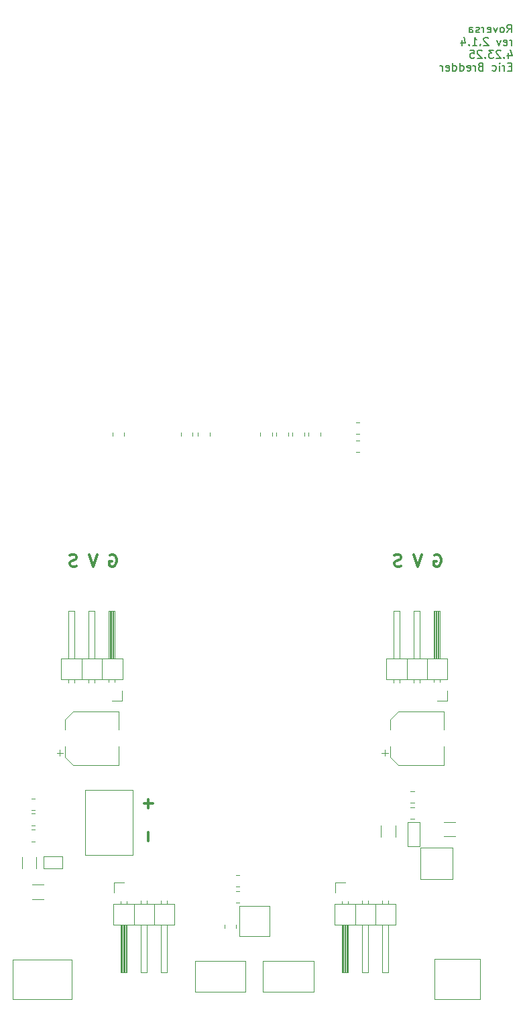
<source format=gbr>
%TF.GenerationSoftware,KiCad,Pcbnew,9.0.1-1.fc42*%
%TF.CreationDate,2025-04-23T08:50:20-04:00*%
%TF.ProjectId,roversa2,726f7665-7273-4613-922e-6b696361645f,rev?*%
%TF.SameCoordinates,Original*%
%TF.FileFunction,Legend,Bot*%
%TF.FilePolarity,Positive*%
%FSLAX46Y46*%
G04 Gerber Fmt 4.6, Leading zero omitted, Abs format (unit mm)*
G04 Created by KiCad (PCBNEW 9.0.1-1.fc42) date 2025-04-23 08:50:20*
%MOMM*%
%LPD*%
G01*
G04 APERTURE LIST*
%ADD10C,0.300000*%
%ADD11C,0.150000*%
%ADD12C,0.120000*%
%ADD13C,0.100000*%
G04 APERTURE END LIST*
D10*
X122611774Y-93368257D02*
X122754632Y-93296828D01*
X122754632Y-93296828D02*
X122968917Y-93296828D01*
X122968917Y-93296828D02*
X123183203Y-93368257D01*
X123183203Y-93368257D02*
X123326060Y-93511114D01*
X123326060Y-93511114D02*
X123397489Y-93653971D01*
X123397489Y-93653971D02*
X123468917Y-93939685D01*
X123468917Y-93939685D02*
X123468917Y-94153971D01*
X123468917Y-94153971D02*
X123397489Y-94439685D01*
X123397489Y-94439685D02*
X123326060Y-94582542D01*
X123326060Y-94582542D02*
X123183203Y-94725400D01*
X123183203Y-94725400D02*
X122968917Y-94796828D01*
X122968917Y-94796828D02*
X122826060Y-94796828D01*
X122826060Y-94796828D02*
X122611774Y-94725400D01*
X122611774Y-94725400D02*
X122540346Y-94653971D01*
X122540346Y-94653971D02*
X122540346Y-94153971D01*
X122540346Y-94153971D02*
X122826060Y-94153971D01*
X120968917Y-93296828D02*
X120468917Y-94796828D01*
X120468917Y-94796828D02*
X119968917Y-93296828D01*
X118397489Y-94725400D02*
X118183204Y-94796828D01*
X118183204Y-94796828D02*
X117826061Y-94796828D01*
X117826061Y-94796828D02*
X117683204Y-94725400D01*
X117683204Y-94725400D02*
X117611775Y-94653971D01*
X117611775Y-94653971D02*
X117540346Y-94511114D01*
X117540346Y-94511114D02*
X117540346Y-94368257D01*
X117540346Y-94368257D02*
X117611775Y-94225400D01*
X117611775Y-94225400D02*
X117683204Y-94153971D01*
X117683204Y-94153971D02*
X117826061Y-94082542D01*
X117826061Y-94082542D02*
X118111775Y-94011114D01*
X118111775Y-94011114D02*
X118254632Y-93939685D01*
X118254632Y-93939685D02*
X118326061Y-93868257D01*
X118326061Y-93868257D02*
X118397489Y-93725400D01*
X118397489Y-93725400D02*
X118397489Y-93582542D01*
X118397489Y-93582542D02*
X118326061Y-93439685D01*
X118326061Y-93439685D02*
X118254632Y-93368257D01*
X118254632Y-93368257D02*
X118111775Y-93296828D01*
X118111775Y-93296828D02*
X117754632Y-93296828D01*
X117754632Y-93296828D02*
X117540346Y-93368257D01*
X86495600Y-129468089D02*
X86495600Y-128325232D01*
X86495600Y-125325232D02*
X86495600Y-124182375D01*
X85924171Y-124753803D02*
X87067028Y-124753803D01*
D11*
X131781392Y-27399587D02*
X132114725Y-26923396D01*
X132352820Y-27399587D02*
X132352820Y-26399587D01*
X132352820Y-26399587D02*
X131971868Y-26399587D01*
X131971868Y-26399587D02*
X131876630Y-26447206D01*
X131876630Y-26447206D02*
X131829011Y-26494825D01*
X131829011Y-26494825D02*
X131781392Y-26590063D01*
X131781392Y-26590063D02*
X131781392Y-26732920D01*
X131781392Y-26732920D02*
X131829011Y-26828158D01*
X131829011Y-26828158D02*
X131876630Y-26875777D01*
X131876630Y-26875777D02*
X131971868Y-26923396D01*
X131971868Y-26923396D02*
X132352820Y-26923396D01*
X131209963Y-27399587D02*
X131305201Y-27351968D01*
X131305201Y-27351968D02*
X131352820Y-27304348D01*
X131352820Y-27304348D02*
X131400439Y-27209110D01*
X131400439Y-27209110D02*
X131400439Y-26923396D01*
X131400439Y-26923396D02*
X131352820Y-26828158D01*
X131352820Y-26828158D02*
X131305201Y-26780539D01*
X131305201Y-26780539D02*
X131209963Y-26732920D01*
X131209963Y-26732920D02*
X131067106Y-26732920D01*
X131067106Y-26732920D02*
X130971868Y-26780539D01*
X130971868Y-26780539D02*
X130924249Y-26828158D01*
X130924249Y-26828158D02*
X130876630Y-26923396D01*
X130876630Y-26923396D02*
X130876630Y-27209110D01*
X130876630Y-27209110D02*
X130924249Y-27304348D01*
X130924249Y-27304348D02*
X130971868Y-27351968D01*
X130971868Y-27351968D02*
X131067106Y-27399587D01*
X131067106Y-27399587D02*
X131209963Y-27399587D01*
X130543296Y-26732920D02*
X130305201Y-27399587D01*
X130305201Y-27399587D02*
X130067106Y-26732920D01*
X129305201Y-27351968D02*
X129400439Y-27399587D01*
X129400439Y-27399587D02*
X129590915Y-27399587D01*
X129590915Y-27399587D02*
X129686153Y-27351968D01*
X129686153Y-27351968D02*
X129733772Y-27256729D01*
X129733772Y-27256729D02*
X129733772Y-26875777D01*
X129733772Y-26875777D02*
X129686153Y-26780539D01*
X129686153Y-26780539D02*
X129590915Y-26732920D01*
X129590915Y-26732920D02*
X129400439Y-26732920D01*
X129400439Y-26732920D02*
X129305201Y-26780539D01*
X129305201Y-26780539D02*
X129257582Y-26875777D01*
X129257582Y-26875777D02*
X129257582Y-26971015D01*
X129257582Y-26971015D02*
X129733772Y-27066253D01*
X128829010Y-27399587D02*
X128829010Y-26732920D01*
X128829010Y-26923396D02*
X128781391Y-26828158D01*
X128781391Y-26828158D02*
X128733772Y-26780539D01*
X128733772Y-26780539D02*
X128638534Y-26732920D01*
X128638534Y-26732920D02*
X128543296Y-26732920D01*
X128257581Y-27351968D02*
X128162343Y-27399587D01*
X128162343Y-27399587D02*
X127971867Y-27399587D01*
X127971867Y-27399587D02*
X127876629Y-27351968D01*
X127876629Y-27351968D02*
X127829010Y-27256729D01*
X127829010Y-27256729D02*
X127829010Y-27209110D01*
X127829010Y-27209110D02*
X127876629Y-27113872D01*
X127876629Y-27113872D02*
X127971867Y-27066253D01*
X127971867Y-27066253D02*
X128114724Y-27066253D01*
X128114724Y-27066253D02*
X128209962Y-27018634D01*
X128209962Y-27018634D02*
X128257581Y-26923396D01*
X128257581Y-26923396D02*
X128257581Y-26875777D01*
X128257581Y-26875777D02*
X128209962Y-26780539D01*
X128209962Y-26780539D02*
X128114724Y-26732920D01*
X128114724Y-26732920D02*
X127971867Y-26732920D01*
X127971867Y-26732920D02*
X127876629Y-26780539D01*
X126971867Y-27399587D02*
X126971867Y-26875777D01*
X126971867Y-26875777D02*
X127019486Y-26780539D01*
X127019486Y-26780539D02*
X127114724Y-26732920D01*
X127114724Y-26732920D02*
X127305200Y-26732920D01*
X127305200Y-26732920D02*
X127400438Y-26780539D01*
X126971867Y-27351968D02*
X127067105Y-27399587D01*
X127067105Y-27399587D02*
X127305200Y-27399587D01*
X127305200Y-27399587D02*
X127400438Y-27351968D01*
X127400438Y-27351968D02*
X127448057Y-27256729D01*
X127448057Y-27256729D02*
X127448057Y-27161491D01*
X127448057Y-27161491D02*
X127400438Y-27066253D01*
X127400438Y-27066253D02*
X127305200Y-27018634D01*
X127305200Y-27018634D02*
X127067105Y-27018634D01*
X127067105Y-27018634D02*
X126971867Y-26971015D01*
X132352820Y-29009531D02*
X132352820Y-28342864D01*
X132352820Y-28533340D02*
X132305201Y-28438102D01*
X132305201Y-28438102D02*
X132257582Y-28390483D01*
X132257582Y-28390483D02*
X132162344Y-28342864D01*
X132162344Y-28342864D02*
X132067106Y-28342864D01*
X131352820Y-28961912D02*
X131448058Y-29009531D01*
X131448058Y-29009531D02*
X131638534Y-29009531D01*
X131638534Y-29009531D02*
X131733772Y-28961912D01*
X131733772Y-28961912D02*
X131781391Y-28866673D01*
X131781391Y-28866673D02*
X131781391Y-28485721D01*
X131781391Y-28485721D02*
X131733772Y-28390483D01*
X131733772Y-28390483D02*
X131638534Y-28342864D01*
X131638534Y-28342864D02*
X131448058Y-28342864D01*
X131448058Y-28342864D02*
X131352820Y-28390483D01*
X131352820Y-28390483D02*
X131305201Y-28485721D01*
X131305201Y-28485721D02*
X131305201Y-28580959D01*
X131305201Y-28580959D02*
X131781391Y-28676197D01*
X130971867Y-28342864D02*
X130733772Y-29009531D01*
X130733772Y-29009531D02*
X130495677Y-28342864D01*
X129400438Y-28104769D02*
X129352819Y-28057150D01*
X129352819Y-28057150D02*
X129257581Y-28009531D01*
X129257581Y-28009531D02*
X129019486Y-28009531D01*
X129019486Y-28009531D02*
X128924248Y-28057150D01*
X128924248Y-28057150D02*
X128876629Y-28104769D01*
X128876629Y-28104769D02*
X128829010Y-28200007D01*
X128829010Y-28200007D02*
X128829010Y-28295245D01*
X128829010Y-28295245D02*
X128876629Y-28438102D01*
X128876629Y-28438102D02*
X129448057Y-29009531D01*
X129448057Y-29009531D02*
X128829010Y-29009531D01*
X128400438Y-28914292D02*
X128352819Y-28961912D01*
X128352819Y-28961912D02*
X128400438Y-29009531D01*
X128400438Y-29009531D02*
X128448057Y-28961912D01*
X128448057Y-28961912D02*
X128400438Y-28914292D01*
X128400438Y-28914292D02*
X128400438Y-29009531D01*
X127400439Y-29009531D02*
X127971867Y-29009531D01*
X127686153Y-29009531D02*
X127686153Y-28009531D01*
X127686153Y-28009531D02*
X127781391Y-28152388D01*
X127781391Y-28152388D02*
X127876629Y-28247626D01*
X127876629Y-28247626D02*
X127971867Y-28295245D01*
X126971867Y-28914292D02*
X126924248Y-28961912D01*
X126924248Y-28961912D02*
X126971867Y-29009531D01*
X126971867Y-29009531D02*
X127019486Y-28961912D01*
X127019486Y-28961912D02*
X126971867Y-28914292D01*
X126971867Y-28914292D02*
X126971867Y-29009531D01*
X126067106Y-28342864D02*
X126067106Y-29009531D01*
X126305201Y-27961912D02*
X126543296Y-28676197D01*
X126543296Y-28676197D02*
X125924249Y-28676197D01*
X131924249Y-29952808D02*
X131924249Y-30619475D01*
X132162344Y-29571856D02*
X132400439Y-30286141D01*
X132400439Y-30286141D02*
X131781392Y-30286141D01*
X131400439Y-30524236D02*
X131352820Y-30571856D01*
X131352820Y-30571856D02*
X131400439Y-30619475D01*
X131400439Y-30619475D02*
X131448058Y-30571856D01*
X131448058Y-30571856D02*
X131400439Y-30524236D01*
X131400439Y-30524236D02*
X131400439Y-30619475D01*
X130971868Y-29714713D02*
X130924249Y-29667094D01*
X130924249Y-29667094D02*
X130829011Y-29619475D01*
X130829011Y-29619475D02*
X130590916Y-29619475D01*
X130590916Y-29619475D02*
X130495678Y-29667094D01*
X130495678Y-29667094D02*
X130448059Y-29714713D01*
X130448059Y-29714713D02*
X130400440Y-29809951D01*
X130400440Y-29809951D02*
X130400440Y-29905189D01*
X130400440Y-29905189D02*
X130448059Y-30048046D01*
X130448059Y-30048046D02*
X131019487Y-30619475D01*
X131019487Y-30619475D02*
X130400440Y-30619475D01*
X130067106Y-29619475D02*
X129448059Y-29619475D01*
X129448059Y-29619475D02*
X129781392Y-30000427D01*
X129781392Y-30000427D02*
X129638535Y-30000427D01*
X129638535Y-30000427D02*
X129543297Y-30048046D01*
X129543297Y-30048046D02*
X129495678Y-30095665D01*
X129495678Y-30095665D02*
X129448059Y-30190903D01*
X129448059Y-30190903D02*
X129448059Y-30428998D01*
X129448059Y-30428998D02*
X129495678Y-30524236D01*
X129495678Y-30524236D02*
X129543297Y-30571856D01*
X129543297Y-30571856D02*
X129638535Y-30619475D01*
X129638535Y-30619475D02*
X129924249Y-30619475D01*
X129924249Y-30619475D02*
X130019487Y-30571856D01*
X130019487Y-30571856D02*
X130067106Y-30524236D01*
X129019487Y-30524236D02*
X128971868Y-30571856D01*
X128971868Y-30571856D02*
X129019487Y-30619475D01*
X129019487Y-30619475D02*
X129067106Y-30571856D01*
X129067106Y-30571856D02*
X129019487Y-30524236D01*
X129019487Y-30524236D02*
X129019487Y-30619475D01*
X128590916Y-29714713D02*
X128543297Y-29667094D01*
X128543297Y-29667094D02*
X128448059Y-29619475D01*
X128448059Y-29619475D02*
X128209964Y-29619475D01*
X128209964Y-29619475D02*
X128114726Y-29667094D01*
X128114726Y-29667094D02*
X128067107Y-29714713D01*
X128067107Y-29714713D02*
X128019488Y-29809951D01*
X128019488Y-29809951D02*
X128019488Y-29905189D01*
X128019488Y-29905189D02*
X128067107Y-30048046D01*
X128067107Y-30048046D02*
X128638535Y-30619475D01*
X128638535Y-30619475D02*
X128019488Y-30619475D01*
X127114726Y-29619475D02*
X127590916Y-29619475D01*
X127590916Y-29619475D02*
X127638535Y-30095665D01*
X127638535Y-30095665D02*
X127590916Y-30048046D01*
X127590916Y-30048046D02*
X127495678Y-30000427D01*
X127495678Y-30000427D02*
X127257583Y-30000427D01*
X127257583Y-30000427D02*
X127162345Y-30048046D01*
X127162345Y-30048046D02*
X127114726Y-30095665D01*
X127114726Y-30095665D02*
X127067107Y-30190903D01*
X127067107Y-30190903D02*
X127067107Y-30428998D01*
X127067107Y-30428998D02*
X127114726Y-30524236D01*
X127114726Y-30524236D02*
X127162345Y-30571856D01*
X127162345Y-30571856D02*
X127257583Y-30619475D01*
X127257583Y-30619475D02*
X127495678Y-30619475D01*
X127495678Y-30619475D02*
X127590916Y-30571856D01*
X127590916Y-30571856D02*
X127638535Y-30524236D01*
X132352820Y-31705609D02*
X132019487Y-31705609D01*
X131876630Y-32229419D02*
X132352820Y-32229419D01*
X132352820Y-32229419D02*
X132352820Y-31229419D01*
X132352820Y-31229419D02*
X131876630Y-31229419D01*
X131448058Y-32229419D02*
X131448058Y-31562752D01*
X131448058Y-31753228D02*
X131400439Y-31657990D01*
X131400439Y-31657990D02*
X131352820Y-31610371D01*
X131352820Y-31610371D02*
X131257582Y-31562752D01*
X131257582Y-31562752D02*
X131162344Y-31562752D01*
X130829010Y-32229419D02*
X130829010Y-31562752D01*
X130829010Y-31229419D02*
X130876629Y-31277038D01*
X130876629Y-31277038D02*
X130829010Y-31324657D01*
X130829010Y-31324657D02*
X130781391Y-31277038D01*
X130781391Y-31277038D02*
X130829010Y-31229419D01*
X130829010Y-31229419D02*
X130829010Y-31324657D01*
X129924249Y-32181800D02*
X130019487Y-32229419D01*
X130019487Y-32229419D02*
X130209963Y-32229419D01*
X130209963Y-32229419D02*
X130305201Y-32181800D01*
X130305201Y-32181800D02*
X130352820Y-32134180D01*
X130352820Y-32134180D02*
X130400439Y-32038942D01*
X130400439Y-32038942D02*
X130400439Y-31753228D01*
X130400439Y-31753228D02*
X130352820Y-31657990D01*
X130352820Y-31657990D02*
X130305201Y-31610371D01*
X130305201Y-31610371D02*
X130209963Y-31562752D01*
X130209963Y-31562752D02*
X130019487Y-31562752D01*
X130019487Y-31562752D02*
X129924249Y-31610371D01*
X128400439Y-31705609D02*
X128257582Y-31753228D01*
X128257582Y-31753228D02*
X128209963Y-31800847D01*
X128209963Y-31800847D02*
X128162344Y-31896085D01*
X128162344Y-31896085D02*
X128162344Y-32038942D01*
X128162344Y-32038942D02*
X128209963Y-32134180D01*
X128209963Y-32134180D02*
X128257582Y-32181800D01*
X128257582Y-32181800D02*
X128352820Y-32229419D01*
X128352820Y-32229419D02*
X128733772Y-32229419D01*
X128733772Y-32229419D02*
X128733772Y-31229419D01*
X128733772Y-31229419D02*
X128400439Y-31229419D01*
X128400439Y-31229419D02*
X128305201Y-31277038D01*
X128305201Y-31277038D02*
X128257582Y-31324657D01*
X128257582Y-31324657D02*
X128209963Y-31419895D01*
X128209963Y-31419895D02*
X128209963Y-31515133D01*
X128209963Y-31515133D02*
X128257582Y-31610371D01*
X128257582Y-31610371D02*
X128305201Y-31657990D01*
X128305201Y-31657990D02*
X128400439Y-31705609D01*
X128400439Y-31705609D02*
X128733772Y-31705609D01*
X127733772Y-32229419D02*
X127733772Y-31562752D01*
X127733772Y-31753228D02*
X127686153Y-31657990D01*
X127686153Y-31657990D02*
X127638534Y-31610371D01*
X127638534Y-31610371D02*
X127543296Y-31562752D01*
X127543296Y-31562752D02*
X127448058Y-31562752D01*
X126733772Y-32181800D02*
X126829010Y-32229419D01*
X126829010Y-32229419D02*
X127019486Y-32229419D01*
X127019486Y-32229419D02*
X127114724Y-32181800D01*
X127114724Y-32181800D02*
X127162343Y-32086561D01*
X127162343Y-32086561D02*
X127162343Y-31705609D01*
X127162343Y-31705609D02*
X127114724Y-31610371D01*
X127114724Y-31610371D02*
X127019486Y-31562752D01*
X127019486Y-31562752D02*
X126829010Y-31562752D01*
X126829010Y-31562752D02*
X126733772Y-31610371D01*
X126733772Y-31610371D02*
X126686153Y-31705609D01*
X126686153Y-31705609D02*
X126686153Y-31800847D01*
X126686153Y-31800847D02*
X127162343Y-31896085D01*
X125829010Y-32229419D02*
X125829010Y-31229419D01*
X125829010Y-32181800D02*
X125924248Y-32229419D01*
X125924248Y-32229419D02*
X126114724Y-32229419D01*
X126114724Y-32229419D02*
X126209962Y-32181800D01*
X126209962Y-32181800D02*
X126257581Y-32134180D01*
X126257581Y-32134180D02*
X126305200Y-32038942D01*
X126305200Y-32038942D02*
X126305200Y-31753228D01*
X126305200Y-31753228D02*
X126257581Y-31657990D01*
X126257581Y-31657990D02*
X126209962Y-31610371D01*
X126209962Y-31610371D02*
X126114724Y-31562752D01*
X126114724Y-31562752D02*
X125924248Y-31562752D01*
X125924248Y-31562752D02*
X125829010Y-31610371D01*
X124924248Y-32229419D02*
X124924248Y-31229419D01*
X124924248Y-32181800D02*
X125019486Y-32229419D01*
X125019486Y-32229419D02*
X125209962Y-32229419D01*
X125209962Y-32229419D02*
X125305200Y-32181800D01*
X125305200Y-32181800D02*
X125352819Y-32134180D01*
X125352819Y-32134180D02*
X125400438Y-32038942D01*
X125400438Y-32038942D02*
X125400438Y-31753228D01*
X125400438Y-31753228D02*
X125352819Y-31657990D01*
X125352819Y-31657990D02*
X125305200Y-31610371D01*
X125305200Y-31610371D02*
X125209962Y-31562752D01*
X125209962Y-31562752D02*
X125019486Y-31562752D01*
X125019486Y-31562752D02*
X124924248Y-31610371D01*
X124067105Y-32181800D02*
X124162343Y-32229419D01*
X124162343Y-32229419D02*
X124352819Y-32229419D01*
X124352819Y-32229419D02*
X124448057Y-32181800D01*
X124448057Y-32181800D02*
X124495676Y-32086561D01*
X124495676Y-32086561D02*
X124495676Y-31705609D01*
X124495676Y-31705609D02*
X124448057Y-31610371D01*
X124448057Y-31610371D02*
X124352819Y-31562752D01*
X124352819Y-31562752D02*
X124162343Y-31562752D01*
X124162343Y-31562752D02*
X124067105Y-31610371D01*
X124067105Y-31610371D02*
X124019486Y-31705609D01*
X124019486Y-31705609D02*
X124019486Y-31800847D01*
X124019486Y-31800847D02*
X124495676Y-31896085D01*
X123590914Y-32229419D02*
X123590914Y-31562752D01*
X123590914Y-31753228D02*
X123543295Y-31657990D01*
X123543295Y-31657990D02*
X123495676Y-31610371D01*
X123495676Y-31610371D02*
X123400438Y-31562752D01*
X123400438Y-31562752D02*
X123305200Y-31562752D01*
D10*
X81631774Y-93368257D02*
X81774632Y-93296828D01*
X81774632Y-93296828D02*
X81988917Y-93296828D01*
X81988917Y-93296828D02*
X82203203Y-93368257D01*
X82203203Y-93368257D02*
X82346060Y-93511114D01*
X82346060Y-93511114D02*
X82417489Y-93653971D01*
X82417489Y-93653971D02*
X82488917Y-93939685D01*
X82488917Y-93939685D02*
X82488917Y-94153971D01*
X82488917Y-94153971D02*
X82417489Y-94439685D01*
X82417489Y-94439685D02*
X82346060Y-94582542D01*
X82346060Y-94582542D02*
X82203203Y-94725400D01*
X82203203Y-94725400D02*
X81988917Y-94796828D01*
X81988917Y-94796828D02*
X81846060Y-94796828D01*
X81846060Y-94796828D02*
X81631774Y-94725400D01*
X81631774Y-94725400D02*
X81560346Y-94653971D01*
X81560346Y-94653971D02*
X81560346Y-94153971D01*
X81560346Y-94153971D02*
X81846060Y-94153971D01*
X79988917Y-93296828D02*
X79488917Y-94796828D01*
X79488917Y-94796828D02*
X78988917Y-93296828D01*
X77417489Y-94725400D02*
X77203204Y-94796828D01*
X77203204Y-94796828D02*
X76846061Y-94796828D01*
X76846061Y-94796828D02*
X76703204Y-94725400D01*
X76703204Y-94725400D02*
X76631775Y-94653971D01*
X76631775Y-94653971D02*
X76560346Y-94511114D01*
X76560346Y-94511114D02*
X76560346Y-94368257D01*
X76560346Y-94368257D02*
X76631775Y-94225400D01*
X76631775Y-94225400D02*
X76703204Y-94153971D01*
X76703204Y-94153971D02*
X76846061Y-94082542D01*
X76846061Y-94082542D02*
X77131775Y-94011114D01*
X77131775Y-94011114D02*
X77274632Y-93939685D01*
X77274632Y-93939685D02*
X77346061Y-93868257D01*
X77346061Y-93868257D02*
X77417489Y-93725400D01*
X77417489Y-93725400D02*
X77417489Y-93582542D01*
X77417489Y-93582542D02*
X77346061Y-93439685D01*
X77346061Y-93439685D02*
X77274632Y-93368257D01*
X77274632Y-93368257D02*
X77131775Y-93296828D01*
X77131775Y-93296828D02*
X76774632Y-93296828D01*
X76774632Y-93296828D02*
X76560346Y-93368257D01*
D12*
%TO.C,R9*%
X112675936Y-78878000D02*
X113130064Y-78878000D01*
X112675936Y-80348000D02*
X113130064Y-80348000D01*
%TO.C,J4*%
D13*
X107372800Y-144594000D02*
X100972800Y-144594000D01*
X100972800Y-148544000D01*
X107372800Y-148544000D01*
X107372800Y-144594000D01*
D12*
%TO.C,J7*%
X116512800Y-106421900D02*
X124252800Y-106421900D01*
X116512800Y-109081900D02*
X116512800Y-106421900D01*
X117462800Y-100421900D02*
X117462800Y-106421900D01*
X117462800Y-109478971D02*
X117462800Y-109081900D01*
X118222800Y-100421900D02*
X117462800Y-100421900D01*
X118222800Y-106421900D02*
X118222800Y-100421900D01*
X118222800Y-109478971D02*
X118222800Y-109081900D01*
X119112800Y-109081900D02*
X119112800Y-106421900D01*
X120002800Y-100421900D02*
X120002800Y-106421900D01*
X120002800Y-109478971D02*
X120002800Y-109081900D01*
X120762800Y-100421900D02*
X120002800Y-100421900D01*
X120762800Y-106421900D02*
X120762800Y-100421900D01*
X120762800Y-109478971D02*
X120762800Y-109081900D01*
X121652800Y-109081900D02*
X121652800Y-106421900D01*
X122542800Y-100421900D02*
X122542800Y-106421900D01*
X122542800Y-109411900D02*
X122542800Y-109081900D01*
X122642800Y-106421900D02*
X122642800Y-100421900D01*
X122762800Y-106421900D02*
X122762800Y-100421900D01*
X122882800Y-106421900D02*
X122882800Y-100421900D01*
X122922800Y-111791900D02*
X124192800Y-111791900D01*
X123002800Y-106421900D02*
X123002800Y-100421900D01*
X123122800Y-106421900D02*
X123122800Y-100421900D01*
X123242800Y-106421900D02*
X123242800Y-100421900D01*
X123302800Y-100421900D02*
X122542800Y-100421900D01*
X123302800Y-106421900D02*
X123302800Y-100421900D01*
X123302800Y-109411900D02*
X123302800Y-109081900D01*
X124192800Y-111791900D02*
X124192800Y-110521900D01*
X124252800Y-106421900D02*
X124252800Y-109081900D01*
X124252800Y-109081900D02*
X116512800Y-109081900D01*
%TO.C,R7*%
X71732336Y-128043000D02*
X72186464Y-128043000D01*
X71732336Y-129513000D02*
X72186464Y-129513000D01*
%TO.C,R6*%
X72186464Y-124106000D02*
X71732336Y-124106000D01*
X72186464Y-125576000D02*
X71732336Y-125576000D01*
%TO.C,R13*%
X100611000Y-77861936D02*
X100611000Y-78316064D01*
X102081000Y-77861936D02*
X102081000Y-78316064D01*
%TO.C,R5*%
X72186464Y-126011000D02*
X71732336Y-126011000D01*
X72186464Y-127481000D02*
X71732336Y-127481000D01*
%TO.C,R10*%
X81942000Y-77861936D02*
X81942000Y-78316064D01*
X83412000Y-77861936D02*
X83412000Y-78316064D01*
%TO.C,U1*%
D13*
X120738200Y-127125600D02*
X119238200Y-127125600D01*
X119238200Y-130125600D01*
X120738200Y-130125600D01*
X120738200Y-127125600D01*
%TO.C,L1*%
X120858400Y-130308600D02*
X124858400Y-130308600D01*
X124858400Y-134308600D01*
X120858400Y-134308600D01*
X120858400Y-130308600D01*
D12*
%TO.C,C4*%
X73228252Y-134980000D02*
X71805748Y-134980000D01*
X73228252Y-136800000D02*
X71805748Y-136800000D01*
%TO.C,R8*%
X112675936Y-76592000D02*
X113130064Y-76592000D01*
X112675936Y-78062000D02*
X113130064Y-78062000D01*
%TO.C,D1*%
D13*
X97972800Y-141482800D02*
X101772800Y-141482800D01*
X101772800Y-137682800D01*
X97972800Y-137682800D01*
X97972800Y-141482800D01*
D12*
%TO.C,R2*%
X120037464Y-123191600D02*
X119583336Y-123191600D01*
X120037464Y-124661600D02*
X119583336Y-124661600D01*
%TO.C,SW1*%
D13*
X122572800Y-149450000D02*
X128372800Y-149450000D01*
X128372800Y-144350000D01*
X122572800Y-144350000D01*
X122572800Y-149450000D01*
D12*
%TO.C,C11*%
X115960300Y-118357300D02*
X116747800Y-118357300D01*
X116354050Y-118751050D02*
X116354050Y-117963550D01*
X116987800Y-114164237D02*
X116987800Y-115449800D01*
X116987800Y-114164237D02*
X118052237Y-113099800D01*
X116987800Y-118855363D02*
X116987800Y-117569800D01*
X116987800Y-118855363D02*
X118052237Y-119919800D01*
X118052237Y-113099800D02*
X123807800Y-113099800D01*
X118052237Y-119919800D02*
X123807800Y-119919800D01*
X123807800Y-113099800D02*
X123807800Y-115449800D01*
X123807800Y-119919800D02*
X123807800Y-117569800D01*
%TO.C,R17*%
X97991664Y-135789000D02*
X97537536Y-135789000D01*
X97991664Y-137259000D02*
X97537536Y-137259000D01*
%TO.C,R4*%
X96089800Y-140056136D02*
X96089800Y-140510264D01*
X97559800Y-140056136D02*
X97559800Y-140510264D01*
%TO.C,J1*%
D13*
X76772800Y-144421900D02*
X69372800Y-144421900D01*
X69372800Y-149421900D01*
X76772800Y-149421900D01*
X76772800Y-144421900D01*
D12*
%TO.C,C10*%
X74910300Y-118357300D02*
X75697800Y-118357300D01*
X75304050Y-118751050D02*
X75304050Y-117963550D01*
X75937800Y-114164237D02*
X75937800Y-115449800D01*
X75937800Y-114164237D02*
X77002237Y-113099800D01*
X75937800Y-118855363D02*
X75937800Y-117569800D01*
X75937800Y-118855363D02*
X77002237Y-119919800D01*
X77002237Y-113099800D02*
X82757800Y-113099800D01*
X77002237Y-119919800D02*
X82757800Y-119919800D01*
X82757800Y-113099800D02*
X82757800Y-115449800D01*
X82757800Y-119919800D02*
X82757800Y-117569800D01*
%TO.C,J6*%
X75462800Y-106421900D02*
X83202800Y-106421900D01*
X75462800Y-109081900D02*
X75462800Y-106421900D01*
X76412800Y-100421900D02*
X76412800Y-106421900D01*
X76412800Y-109478971D02*
X76412800Y-109081900D01*
X77172800Y-100421900D02*
X76412800Y-100421900D01*
X77172800Y-106421900D02*
X77172800Y-100421900D01*
X77172800Y-109478971D02*
X77172800Y-109081900D01*
X78062800Y-109081900D02*
X78062800Y-106421900D01*
X78952800Y-100421900D02*
X78952800Y-106421900D01*
X78952800Y-109478971D02*
X78952800Y-109081900D01*
X79712800Y-100421900D02*
X78952800Y-100421900D01*
X79712800Y-106421900D02*
X79712800Y-100421900D01*
X79712800Y-109478971D02*
X79712800Y-109081900D01*
X80602800Y-109081900D02*
X80602800Y-106421900D01*
X81492800Y-100421900D02*
X81492800Y-106421900D01*
X81492800Y-109411900D02*
X81492800Y-109081900D01*
X81592800Y-106421900D02*
X81592800Y-100421900D01*
X81712800Y-106421900D02*
X81712800Y-100421900D01*
X81832800Y-106421900D02*
X81832800Y-100421900D01*
X81872800Y-111791900D02*
X83142800Y-111791900D01*
X81952800Y-106421900D02*
X81952800Y-100421900D01*
X82072800Y-106421900D02*
X82072800Y-100421900D01*
X82192800Y-106421900D02*
X82192800Y-100421900D01*
X82252800Y-100421900D02*
X81492800Y-100421900D01*
X82252800Y-106421900D02*
X82252800Y-100421900D01*
X82252800Y-109411900D02*
X82252800Y-109081900D01*
X83142800Y-111791900D02*
X83142800Y-110521900D01*
X83202800Y-106421900D02*
X83202800Y-109081900D01*
X83202800Y-109081900D02*
X75462800Y-109081900D01*
%TO.C,C1*%
X115852400Y-128955852D02*
X115852400Y-127533348D01*
X117672400Y-128955852D02*
X117672400Y-127533348D01*
%TO.C,C3*%
X70516000Y-131481248D02*
X70516000Y-132903752D01*
X72336000Y-131481248D02*
X72336000Y-132903752D01*
%TO.C,J5*%
X82042800Y-137411900D02*
X89782800Y-137411900D01*
X82042800Y-140071900D02*
X82042800Y-137411900D01*
X82102800Y-134701900D02*
X82102800Y-135971900D01*
X82992800Y-137081900D02*
X82992800Y-137411900D01*
X82992800Y-140071900D02*
X82992800Y-146071900D01*
X82992800Y-146071900D02*
X83752800Y-146071900D01*
X83052800Y-140071900D02*
X83052800Y-146071900D01*
X83172800Y-140071900D02*
X83172800Y-146071900D01*
X83292800Y-140071900D02*
X83292800Y-146071900D01*
X83372800Y-134701900D02*
X82102800Y-134701900D01*
X83412800Y-140071900D02*
X83412800Y-146071900D01*
X83532800Y-140071900D02*
X83532800Y-146071900D01*
X83652800Y-140071900D02*
X83652800Y-146071900D01*
X83752800Y-137081900D02*
X83752800Y-137411900D01*
X83752800Y-146071900D02*
X83752800Y-140071900D01*
X84642800Y-137411900D02*
X84642800Y-140071900D01*
X85532800Y-137014829D02*
X85532800Y-137411900D01*
X85532800Y-140071900D02*
X85532800Y-146071900D01*
X85532800Y-146071900D02*
X86292800Y-146071900D01*
X86292800Y-137014829D02*
X86292800Y-137411900D01*
X86292800Y-146071900D02*
X86292800Y-140071900D01*
X87182800Y-137411900D02*
X87182800Y-140071900D01*
X88072800Y-137014829D02*
X88072800Y-137411900D01*
X88072800Y-140071900D02*
X88072800Y-146071900D01*
X88072800Y-146071900D02*
X88832800Y-146071900D01*
X88832800Y-137014829D02*
X88832800Y-137411900D01*
X88832800Y-146071900D02*
X88832800Y-140071900D01*
X89782800Y-137411900D02*
X89782800Y-140071900D01*
X89782800Y-140071900D02*
X82042800Y-140071900D01*
%TO.C,R12*%
X92737000Y-77861936D02*
X92737000Y-78316064D01*
X94207000Y-77861936D02*
X94207000Y-78316064D01*
%TO.C,R3*%
X97537536Y-133782400D02*
X97991664Y-133782400D01*
X97537536Y-135252400D02*
X97991664Y-135252400D01*
%TO.C,U2*%
D13*
X75642000Y-131437000D02*
X73252000Y-131437000D01*
X73252000Y-132947000D01*
X75642000Y-132947000D01*
X75642000Y-131437000D01*
D12*
%TO.C,R15*%
X104675000Y-77861936D02*
X104675000Y-78316064D01*
X106145000Y-77861936D02*
X106145000Y-78316064D01*
%TO.C,J2*%
D13*
X84503200Y-131255200D02*
X78503200Y-131255200D01*
X78503200Y-123055200D01*
X84503200Y-123055200D01*
X84503200Y-131255200D01*
%TO.C,J3*%
X98772800Y-144594000D02*
X92372800Y-144594000D01*
X92372800Y-148544000D01*
X98772800Y-148544000D01*
X98772800Y-144594000D01*
D12*
%TO.C,R16*%
X106707000Y-77861936D02*
X106707000Y-78316064D01*
X108177000Y-77861936D02*
X108177000Y-78316064D01*
%TO.C,R14*%
X102643000Y-77861936D02*
X102643000Y-78316064D01*
X104113000Y-77861936D02*
X104113000Y-78316064D01*
%TO.C,C2*%
X125220652Y-127080600D02*
X123798148Y-127080600D01*
X125220652Y-128900600D02*
X123798148Y-128900600D01*
%TO.C,J8*%
X109992800Y-137411900D02*
X117732800Y-137411900D01*
X109992800Y-140071900D02*
X109992800Y-137411900D01*
X110052800Y-134701900D02*
X110052800Y-135971900D01*
X110942800Y-137081900D02*
X110942800Y-137411900D01*
X110942800Y-140071900D02*
X110942800Y-146071900D01*
X110942800Y-146071900D02*
X111702800Y-146071900D01*
X111002800Y-140071900D02*
X111002800Y-146071900D01*
X111122800Y-140071900D02*
X111122800Y-146071900D01*
X111242800Y-140071900D02*
X111242800Y-146071900D01*
X111322800Y-134701900D02*
X110052800Y-134701900D01*
X111362800Y-140071900D02*
X111362800Y-146071900D01*
X111482800Y-140071900D02*
X111482800Y-146071900D01*
X111602800Y-140071900D02*
X111602800Y-146071900D01*
X111702800Y-137081900D02*
X111702800Y-137411900D01*
X111702800Y-146071900D02*
X111702800Y-140071900D01*
X112592800Y-137411900D02*
X112592800Y-140071900D01*
X113482800Y-137014829D02*
X113482800Y-137411900D01*
X113482800Y-140071900D02*
X113482800Y-146071900D01*
X113482800Y-146071900D02*
X114242800Y-146071900D01*
X114242800Y-137014829D02*
X114242800Y-137411900D01*
X114242800Y-146071900D02*
X114242800Y-140071900D01*
X115132800Y-137411900D02*
X115132800Y-140071900D01*
X116022800Y-137014829D02*
X116022800Y-137411900D01*
X116022800Y-140071900D02*
X116022800Y-146071900D01*
X116022800Y-146071900D02*
X116782800Y-146071900D01*
X116782800Y-137014829D02*
X116782800Y-137411900D01*
X116782800Y-146071900D02*
X116782800Y-140071900D01*
X117732800Y-137411900D02*
X117732800Y-140071900D01*
X117732800Y-140071900D02*
X109992800Y-140071900D01*
%TO.C,R11*%
X90578000Y-77861936D02*
X90578000Y-78316064D01*
X92048000Y-77861936D02*
X92048000Y-78316064D01*
%TO.C,R1*%
X120037464Y-125223600D02*
X119583336Y-125223600D01*
X120037464Y-126693600D02*
X119583336Y-126693600D01*
%TD*%
M02*

</source>
